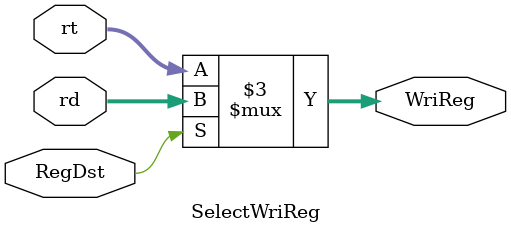
<source format=v>
`timescale 1ns / 1ps


module SelectWriReg(
    input RegDst,
    input [4:0] rt,
    input [4:0] rd,
    output reg [4:0] WriReg
    );
    always@(RegDst or rt or rd)begin
    if(RegDst)
        WriReg = rd;
    else 
        WriReg = rt;
    end
endmodule

</source>
